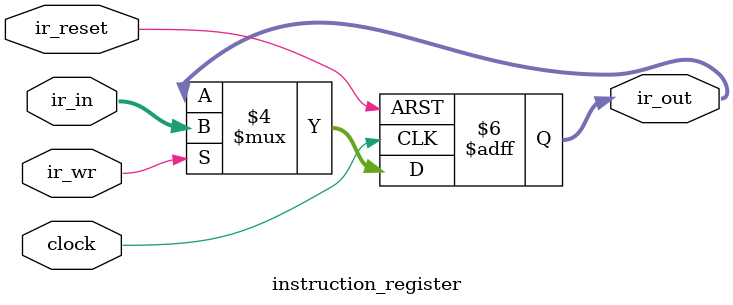
<source format=sv>
module instruction_register#(
        parameter INSTRUCTION_WIDTH = 16
    )
    (
        input logic [INSTRUCTION_WIDTH - 1:0] ir_in, 
        input logic ir_wr, ir_reset, clock, 
        output logic [INSTRUCTION_WIDTH - 1:0] ir_out
    );

    always_ff @(posedge clock or posedge ir_reset)
    begin
        if(ir_reset==1'b1)
            ir_out <= 16'b00000000000;
        else
        begin
            if (ir_wr == 1'b1)
                ir_out <= ir_in;
        end
    end

endmodule
</source>
